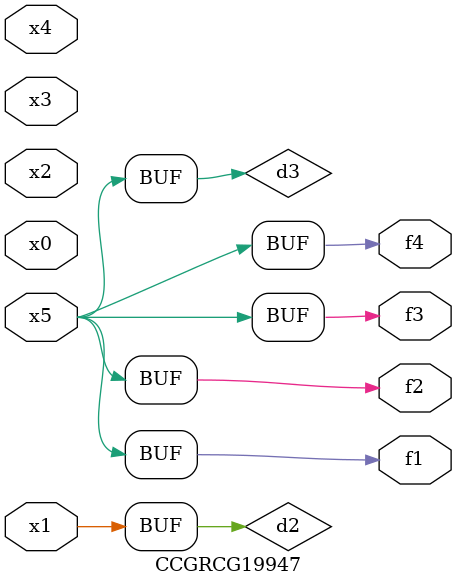
<source format=v>
module CCGRCG19947(
	input x0, x1, x2, x3, x4, x5,
	output f1, f2, f3, f4
);

	wire d1, d2, d3;

	not (d1, x5);
	or (d2, x1);
	xnor (d3, d1);
	assign f1 = d3;
	assign f2 = d3;
	assign f3 = d3;
	assign f4 = d3;
endmodule

</source>
